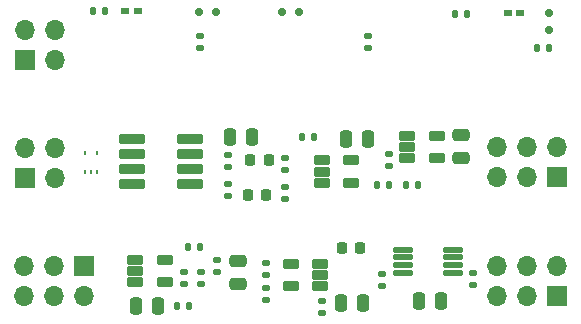
<source format=gbr>
%TF.GenerationSoftware,KiCad,Pcbnew,8.0.5-8.0.5-0~ubuntu22.04.1*%
%TF.CreationDate,2024-10-28T16:31:33+01:00*%
%TF.ProjectId,EMG_amplifier,454d475f-616d-4706-9c69-666965722e6b,rev?*%
%TF.SameCoordinates,Original*%
%TF.FileFunction,Soldermask,Top*%
%TF.FilePolarity,Negative*%
%FSLAX46Y46*%
G04 Gerber Fmt 4.6, Leading zero omitted, Abs format (unit mm)*
G04 Created by KiCad (PCBNEW 8.0.5-8.0.5-0~ubuntu22.04.1) date 2024-10-28 16:31:33*
%MOMM*%
%LPD*%
G01*
G04 APERTURE LIST*
G04 Aperture macros list*
%AMRoundRect*
0 Rectangle with rounded corners*
0 $1 Rounding radius*
0 $2 $3 $4 $5 $6 $7 $8 $9 X,Y pos of 4 corners*
0 Add a 4 corners polygon primitive as box body*
4,1,4,$2,$3,$4,$5,$6,$7,$8,$9,$2,$3,0*
0 Add four circle primitives for the rounded corners*
1,1,$1+$1,$2,$3*
1,1,$1+$1,$4,$5*
1,1,$1+$1,$6,$7*
1,1,$1+$1,$8,$9*
0 Add four rect primitives between the rounded corners*
20,1,$1+$1,$2,$3,$4,$5,0*
20,1,$1+$1,$4,$5,$6,$7,0*
20,1,$1+$1,$6,$7,$8,$9,0*
20,1,$1+$1,$8,$9,$2,$3,0*%
G04 Aperture macros list end*
%ADD10RoundRect,0.198500X-0.508500X-0.198500X0.508500X-0.198500X0.508500X0.198500X-0.508500X0.198500X0*%
%ADD11R,1.700000X1.700000*%
%ADD12O,1.700000X1.700000*%
%ADD13RoundRect,0.135000X0.185000X-0.135000X0.185000X0.135000X-0.185000X0.135000X-0.185000X-0.135000X0*%
%ADD14RoundRect,0.225000X-0.225000X-0.250000X0.225000X-0.250000X0.225000X0.250000X-0.225000X0.250000X0*%
%ADD15RoundRect,0.198500X0.508500X0.198500X-0.508500X0.198500X-0.508500X-0.198500X0.508500X-0.198500X0*%
%ADD16RoundRect,0.135000X-0.185000X0.135000X-0.185000X-0.135000X0.185000X-0.135000X0.185000X0.135000X0*%
%ADD17R,0.204000X0.353200*%
%ADD18RoundRect,0.135000X0.135000X0.185000X-0.135000X0.185000X-0.135000X-0.185000X0.135000X-0.185000X0*%
%ADD19RoundRect,0.250000X-0.475000X0.250000X-0.475000X-0.250000X0.475000X-0.250000X0.475000X0.250000X0*%
%ADD20R,0.711200X0.558800*%
%ADD21RoundRect,0.150000X-0.200000X0.150000X-0.200000X-0.150000X0.200000X-0.150000X0.200000X0.150000X0*%
%ADD22RoundRect,0.225000X0.225000X0.250000X-0.225000X0.250000X-0.225000X-0.250000X0.225000X-0.250000X0*%
%ADD23RoundRect,0.150000X-0.150000X-0.200000X0.150000X-0.200000X0.150000X0.200000X-0.150000X0.200000X0*%
%ADD24RoundRect,0.125000X0.687500X0.125000X-0.687500X0.125000X-0.687500X-0.125000X0.687500X-0.125000X0*%
%ADD25RoundRect,0.250000X0.250000X0.475000X-0.250000X0.475000X-0.250000X-0.475000X0.250000X-0.475000X0*%
%ADD26RoundRect,0.135000X-0.135000X-0.185000X0.135000X-0.185000X0.135000X0.185000X-0.135000X0.185000X0*%
%ADD27RoundRect,0.250000X-0.250000X-0.475000X0.250000X-0.475000X0.250000X0.475000X-0.250000X0.475000X0*%
%ADD28RoundRect,0.250000X0.475000X-0.250000X0.475000X0.250000X-0.475000X0.250000X-0.475000X-0.250000X0*%
%ADD29RoundRect,0.100500X-0.986500X-0.301500X0.986500X-0.301500X0.986500X0.301500X-0.986500X0.301500X0*%
%ADD30RoundRect,0.150000X0.150000X0.200000X-0.150000X0.200000X-0.150000X-0.200000X0.150000X-0.200000X0*%
%ADD31RoundRect,0.140000X-0.170000X0.140000X-0.170000X-0.140000X0.170000X-0.140000X0.170000X0.140000X0*%
G04 APERTURE END LIST*
D10*
%TO.C,U6*%
X84150200Y-96321800D03*
X84150200Y-97271800D03*
X84150200Y-98221800D03*
X86660200Y-98221800D03*
X86660200Y-96321800D03*
%TD*%
%TO.C,U5*%
X91404000Y-94223000D03*
X91404000Y-95173000D03*
X91404000Y-96123000D03*
X93914000Y-96123000D03*
X93914000Y-94223000D03*
%TD*%
D11*
%TO.C,J4*%
X104058800Y-97748600D03*
D12*
X104058800Y-95208600D03*
X101518800Y-97748600D03*
X101518800Y-95208600D03*
X98978800Y-97748600D03*
X98978800Y-95208600D03*
%TD*%
D13*
%TO.C,R11*%
X72517000Y-106785600D03*
X72517000Y-105765600D03*
%TD*%
D11*
%TO.C,J7*%
X64018200Y-105279000D03*
D12*
X64018200Y-107819000D03*
X61478200Y-105279000D03*
X61478200Y-107819000D03*
X58938200Y-105279000D03*
X58938200Y-107819000D03*
%TD*%
D13*
%TO.C,R13*%
X89255600Y-106959400D03*
X89255600Y-105939400D03*
%TD*%
D14*
%TO.C,C2*%
X78117400Y-96316800D03*
X79667400Y-96316800D03*
%TD*%
D15*
%TO.C,U3*%
X84023600Y-106952400D03*
X84023600Y-106002400D03*
X84023600Y-105052400D03*
X81513600Y-105052400D03*
X81513600Y-106952400D03*
%TD*%
D16*
%TO.C,R20*%
X79456200Y-107082400D03*
X79456200Y-108102400D03*
%TD*%
D17*
%TO.C,U7*%
X64135802Y-97339802D03*
X64635801Y-97339802D03*
X65135800Y-97339802D03*
X65135800Y-95691200D03*
X64135802Y-95691200D03*
%TD*%
D16*
%TO.C,R22*%
X75260200Y-104749600D03*
X75260200Y-105769600D03*
%TD*%
D18*
%TO.C,R4*%
X65790000Y-83693000D03*
X64770000Y-83693000D03*
%TD*%
D13*
%TO.C,R9*%
X81076800Y-97159000D03*
X81076800Y-96139000D03*
%TD*%
D18*
%TO.C,R3*%
X96447800Y-83896200D03*
X95427800Y-83896200D03*
%TD*%
%TO.C,R16*%
X83489800Y-94335600D03*
X82469800Y-94335600D03*
%TD*%
D19*
%TO.C,C8*%
X95961200Y-94208600D03*
X95961200Y-96108600D03*
%TD*%
D20*
%TO.C,L1*%
X100965000Y-83870800D03*
X99923600Y-83870800D03*
%TD*%
D21*
%TO.C,D1*%
X103403400Y-85242400D03*
X103403400Y-83842400D03*
%TD*%
D22*
%TO.C,C5*%
X87389000Y-103759000D03*
X85839000Y-103759000D03*
%TD*%
D13*
%TO.C,R19*%
X84150200Y-109247400D03*
X84150200Y-108227400D03*
%TD*%
D23*
%TO.C,D3*%
X82197400Y-83769200D03*
X80797400Y-83769200D03*
%TD*%
D24*
%TO.C,U2*%
X95279700Y-105826200D03*
X95279700Y-105176200D03*
X95279700Y-104526200D03*
X95279700Y-103876200D03*
X91054700Y-103876200D03*
X91054700Y-104526200D03*
X91054700Y-105176200D03*
X91054700Y-105826200D03*
%TD*%
D16*
%TO.C,R15*%
X89875400Y-95763400D03*
X89875400Y-96783400D03*
%TD*%
D25*
%TO.C,C4*%
X70327600Y-108661200D03*
X68427600Y-108661200D03*
%TD*%
D13*
%TO.C,R8*%
X81040700Y-99582700D03*
X81040700Y-98562700D03*
%TD*%
D26*
%TO.C,R23*%
X88868600Y-98425000D03*
X89888600Y-98425000D03*
%TD*%
D27*
%TO.C,C10*%
X92384800Y-108204000D03*
X94284800Y-108204000D03*
%TD*%
D28*
%TO.C,C11*%
X77089000Y-106756200D03*
X77089000Y-104856200D03*
%TD*%
D13*
%TO.C,R6*%
X76210200Y-99348800D03*
X76210200Y-98328800D03*
%TD*%
D26*
%TO.C,R24*%
X91283600Y-98425000D03*
X92303600Y-98425000D03*
%TD*%
D13*
%TO.C,R2*%
X73812400Y-86766400D03*
X73812400Y-85746400D03*
%TD*%
D25*
%TO.C,C7*%
X78292600Y-94344400D03*
X76392600Y-94344400D03*
%TD*%
D29*
%TO.C,U8*%
X68069800Y-94548200D03*
X68069800Y-95818200D03*
X68069800Y-97088200D03*
X68069800Y-98358200D03*
X73009800Y-98358200D03*
X73009800Y-97088200D03*
X73009800Y-95818200D03*
X73009800Y-94548200D03*
%TD*%
D13*
%TO.C,R5*%
X88087200Y-86817200D03*
X88087200Y-85797200D03*
%TD*%
D30*
%TO.C,D2*%
X73784000Y-83769200D03*
X75184000Y-83769200D03*
%TD*%
D20*
%TO.C,L2*%
X67538600Y-83693000D03*
X68580000Y-83693000D03*
%TD*%
D10*
%TO.C,U1*%
X68351400Y-104729200D03*
X68351400Y-105679200D03*
X68351400Y-106629200D03*
X70861400Y-106629200D03*
X70861400Y-104729200D03*
%TD*%
D25*
%TO.C,C12*%
X88097400Y-94488000D03*
X86197400Y-94488000D03*
%TD*%
D31*
%TO.C,C3*%
X73964800Y-105796200D03*
X73964800Y-106756200D03*
%TD*%
D27*
%TO.C,C6*%
X85775800Y-108432600D03*
X87675800Y-108432600D03*
%TD*%
D13*
%TO.C,R12*%
X97002600Y-106836400D03*
X97002600Y-105816400D03*
%TD*%
D26*
%TO.C,R21*%
X72821800Y-103632000D03*
X73841800Y-103632000D03*
%TD*%
D11*
%TO.C,J1*%
X59029600Y-87833200D03*
D12*
X61569600Y-87833200D03*
X59029600Y-85293200D03*
X61569600Y-85293200D03*
%TD*%
D18*
%TO.C,R10*%
X72948800Y-108661200D03*
X71928800Y-108661200D03*
%TD*%
D13*
%TO.C,R7*%
X76210200Y-96914400D03*
X76210200Y-95894400D03*
%TD*%
D16*
%TO.C,R14*%
X79456200Y-105027000D03*
X79456200Y-106047000D03*
%TD*%
D26*
%TO.C,R1*%
X102362000Y-86766400D03*
X103382000Y-86766400D03*
%TD*%
D14*
%TO.C,C1*%
X77901800Y-99212400D03*
X79451800Y-99212400D03*
%TD*%
D11*
%TO.C,J3*%
X104079600Y-107793600D03*
D12*
X104079600Y-105253600D03*
X101539600Y-107793600D03*
X101539600Y-105253600D03*
X98999600Y-107793600D03*
X98999600Y-105253600D03*
%TD*%
D11*
%TO.C,J2*%
X59044400Y-97824800D03*
D12*
X61584400Y-97824800D03*
X59044400Y-95284800D03*
X61584400Y-95284800D03*
%TD*%
M02*

</source>
